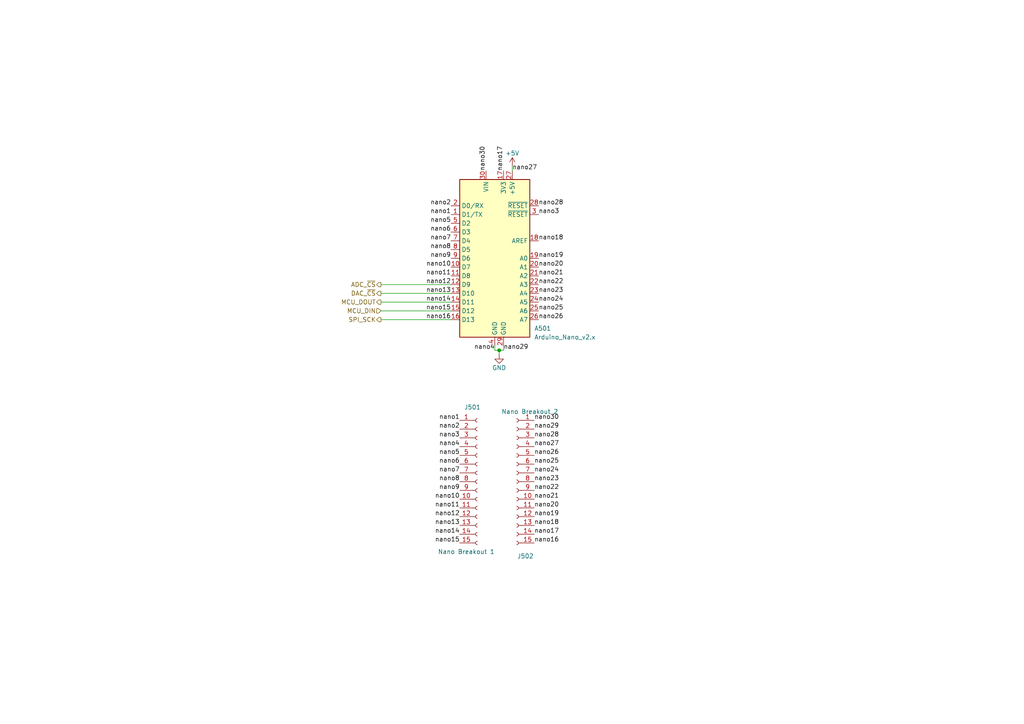
<source format=kicad_sch>
(kicad_sch (version 20211123) (generator eeschema)
  (paper "A4")
  (title_block (title "led-efficiency-measurement - MCU") (date "2023-01-24") (rev "0.1") (comment 4 "Unless specified, all capacitors should be rated for 10V or higher"))
  (lib_symbols
    (symbol "Connector:Conn_01x15_Female" (pin_names (offset 1.016) hide)
      (property "Reference" "J" (at 0 20.32 0))
      (property "Value" "Conn_01x15_Female" (at 0 -20.32 0))
      (symbol "Conn_01x15_Female_1_1"
        (arc (start 0 -17.272) (mid -0.508 -17.78) (end 0 -18.288) (stroke (width 0.1524)))
        (arc (start 0 -14.732) (mid -0.508 -15.24) (end 0 -15.748) (stroke (width 0.1524)))
        (arc (start 0 -12.192) (mid -0.508 -12.7) (end 0 -13.208) (stroke (width 0.1524)))
        (arc (start 0 -9.652) (mid -0.508 -10.16) (end 0 -10.668) (stroke (width 0.1524)))
        (arc (start 0 -7.112) (mid -0.508 -7.62) (end 0 -8.128) (stroke (width 0.1524)))
        (arc (start 0 -4.572) (mid -0.508 -5.08) (end 0 -5.588) (stroke (width 0.1524)))
        (arc (start 0 -2.032) (mid -0.508 -2.54) (end 0 -3.048) (stroke (width 0.1524)))
        (polyline (pts (xy -1.27 -17.78) (xy -0.508 -17.78)) (stroke (width 0.1524)))
        (polyline (pts (xy -1.27 -15.24) (xy -0.508 -15.24)) (stroke (width 0.1524)))
        (polyline (pts (xy -1.27 -12.7) (xy -0.508 -12.7)) (stroke (width 0.1524)))
        (polyline (pts (xy -1.27 -10.16) (xy -0.508 -10.16)) (stroke (width 0.1524)))
        (polyline (pts (xy -1.27 -7.62) (xy -0.508 -7.62)) (stroke (width 0.1524)))
        (polyline (pts (xy -1.27 -5.08) (xy -0.508 -5.08)) (stroke (width 0.1524)))
        (polyline (pts (xy -1.27 -2.54) (xy -0.508 -2.54)) (stroke (width 0.1524)))
        (polyline (pts (xy -1.27 0) (xy -0.508 0)) (stroke (width 0.1524)))
        (polyline (pts (xy -1.27 2.54) (xy -0.508 2.54)) (stroke (width 0.1524)))
        (polyline (pts (xy -1.27 5.08) (xy -0.508 5.08)) (stroke (width 0.1524)))
        (polyline (pts (xy -1.27 7.62) (xy -0.508 7.62)) (stroke (width 0.1524)))
        (polyline (pts (xy -1.27 10.16) (xy -0.508 10.16)) (stroke (width 0.1524)))
        (polyline (pts (xy -1.27 12.7) (xy -0.508 12.7)) (stroke (width 0.1524)))
        (polyline (pts (xy -1.27 15.24) (xy -0.508 15.24)) (stroke (width 0.1524)))
        (polyline (pts (xy -1.27 17.78) (xy -0.508 17.78)) (stroke (width 0.1524)))
        (arc (start 0 0.508) (mid -0.508 0) (end 0 -0.508) (stroke (width 0.1524)))
        (arc (start 0 3.048) (mid -0.508 2.54) (end 0 2.032) (stroke (width 0.1524)))
        (arc (start 0 5.588) (mid -0.508 5.08) (end 0 4.572) (stroke (width 0.1524)))
        (arc (start 0 8.128) (mid -0.508 7.62) (end 0 7.112) (stroke (width 0.1524)))
        (arc (start 0 10.668) (mid -0.508 10.16) (end 0 9.652) (stroke (width 0.1524)))
        (arc (start 0 13.208) (mid -0.508 12.7) (end 0 12.192) (stroke (width 0.1524)))
        (arc (start 0 15.748) (mid -0.508 15.24) (end 0 14.732) (stroke (width 0.1524)))
        (arc (start 0 18.288) (mid -0.508 17.78) (end 0 17.272) (stroke (width 0.1524)))
        (pin passive line (at -5.08 17.78 0) (length 3.81) (name "Pin_1") (number "1"))
        (pin passive line (at -5.08 -5.08 0) (length 3.81) (name "Pin_10") (number "10"))
        (pin passive line (at -5.08 -7.62 0) (length 3.81) (name "Pin_11") (number "11"))
        (pin passive line (at -5.08 -10.16 0) (length 3.81) (name "Pin_12") (number "12"))
        (pin passive line (at -5.08 -12.7 0) (length 3.81) (name "Pin_13") (number "13"))
        (pin passive line (at -5.08 -15.24 0) (length 3.81) (name "Pin_14") (number "14"))
        (pin passive line (at -5.08 -17.78 0) (length 3.81) (name "Pin_15") (number "15"))
        (pin passive line (at -5.08 15.24 0) (length 3.81) (name "Pin_2") (number "2"))
        (pin passive line (at -5.08 12.7 0) (length 3.81) (name "Pin_3") (number "3"))
        (pin passive line (at -5.08 10.16 0) (length 3.81) (name "Pin_4") (number "4"))
        (pin passive line (at -5.08 7.62 0) (length 3.81) (name "Pin_5") (number "5"))
        (pin passive line (at -5.08 5.08 0) (length 3.81) (name "Pin_6") (number "6"))
        (pin passive line (at -5.08 2.54 0) (length 3.81) (name "Pin_7") (number "7"))
        (pin passive line (at -5.08 0 0) (length 3.81) (name "Pin_8") (number "8"))
        (pin passive line (at -5.08 -2.54 0) (length 3.81) (name "Pin_9") (number "9"))
      )
    )
    (symbol "MCU_Module:Arduino_Nano_v2.x"
      (property "Reference" "A" (at -10.16 23.495 0))
      (property "Value" "Arduino_Nano_v2.x" (at 5.08 -24.13 0))
      (symbol "Arduino_Nano_v2.x_0_1"
        (rectangle (start -10.16 22.86) (end 10.16 -22.86) (stroke (width 0.254)) (fill (type background)))
      )
      (symbol "Arduino_Nano_v2.x_1_1"
        (pin bidirectional line (at -12.7 12.7 0) (length 2.54) (name "D1/TX") (number "1"))
        (pin bidirectional line (at -12.7 -2.54 0) (length 2.54) (name "D7") (number "10"))
        (pin bidirectional line (at -12.7 -5.08 0) (length 2.54) (name "D8") (number "11"))
        (pin bidirectional line (at -12.7 -7.62 0) (length 2.54) (name "D9") (number "12"))
        (pin bidirectional line (at -12.7 -10.16 0) (length 2.54) (name "D10") (number "13"))
        (pin bidirectional line (at -12.7 -12.7 0) (length 2.54) (name "D11") (number "14"))
        (pin bidirectional line (at -12.7 -15.24 0) (length 2.54) (name "D12") (number "15"))
        (pin bidirectional line (at -12.7 -17.78 0) (length 2.54) (name "D13") (number "16"))
        (pin power_out line (at 2.54 25.4 270) (length 2.54) (name "3V3") (number "17"))
        (pin input line (at 12.7 5.08 180) (length 2.54) (name "AREF") (number "18"))
        (pin bidirectional line (at 12.7 0 180) (length 2.54) (name "A0") (number "19"))
        (pin bidirectional line (at -12.7 15.24 0) (length 2.54) (name "D0/RX") (number "2"))
        (pin bidirectional line (at 12.7 -2.54 180) (length 2.54) (name "A1") (number "20"))
        (pin bidirectional line (at 12.7 -5.08 180) (length 2.54) (name "A2") (number "21"))
        (pin bidirectional line (at 12.7 -7.62 180) (length 2.54) (name "A3") (number "22"))
        (pin bidirectional line (at 12.7 -10.16 180) (length 2.54) (name "A4") (number "23"))
        (pin bidirectional line (at 12.7 -12.7 180) (length 2.54) (name "A5") (number "24"))
        (pin bidirectional line (at 12.7 -15.24 180) (length 2.54) (name "A6") (number "25"))
        (pin bidirectional line (at 12.7 -17.78 180) (length 2.54) (name "A7") (number "26"))
        (pin power_out line (at 5.08 25.4 270) (length 2.54) (name "+5V") (number "27"))
        (pin input line (at 12.7 15.24 180) (length 2.54) (name "~{RESET}") (number "28"))
        (pin power_in line (at 2.54 -25.4 90) (length 2.54) (name "GND") (number "29"))
        (pin input line (at 12.7 12.7 180) (length 2.54) (name "~{RESET}") (number "3"))
        (pin power_in line (at -2.54 25.4 270) (length 2.54) (name "VIN") (number "30"))
        (pin power_in line (at 0 -25.4 90) (length 2.54) (name "GND") (number "4"))
        (pin bidirectional line (at -12.7 10.16 0) (length 2.54) (name "D2") (number "5"))
        (pin bidirectional line (at -12.7 7.62 0) (length 2.54) (name "D3") (number "6"))
        (pin bidirectional line (at -12.7 5.08 0) (length 2.54) (name "D4") (number "7"))
        (pin bidirectional line (at -12.7 2.54 0) (length 2.54) (name "D5") (number "8"))
        (pin bidirectional line (at -12.7 0 0) (length 2.54) (name "D6") (number "9"))
      )
    )
    (symbol "power:+5V" (power) (pin_names (offset 0))
      (property "Value" "+5V" (at 0 3.556 0))
      (symbol "+5V_0_1"
        (polyline (pts (xy -0.762 1.27) (xy 0 2.54)))
        (polyline (pts (xy 0 0) (xy 0 2.54)))
        (polyline (pts (xy 0 2.54) (xy 0.762 1.27)))
      )
      (symbol "+5V_1_1"
        (pin power_in line (at 0 0 90) (length 0) hide (name "+5V") (number "1"))
      )
    )
    (symbol "power:GND" (power) (pin_names (offset 0))
      (property "Value" "GND" (at 0 -3.81 0))
      (symbol "GND_0_1"
        (polyline (pts (xy 0 0) (xy 0 -1.27) (xy 1.27 -1.27) (xy 0 -2.54) (xy -1.27 -1.27) (xy 0 -1.27)))
      )
      (symbol "GND_1_1"
        (pin power_in line (at 0 0 270) (length 0) hide (name "GND") (number "1"))
      )
    )
  )
  (junction (at 144.78 101.6))
  (wire (pts (xy 144.78 101.6) (xy 144.78 102.87)))
  (wire (pts (xy 143.51 101.6) (xy 144.78 101.6)))
  (wire (pts (xy 146.05 101.6) (xy 146.05 100.33)))
  (wire (pts (xy 110.49 85.09) (xy 130.81 85.09)))
  (wire (pts (xy 110.49 82.55) (xy 130.81 82.55)))
  (wire (pts (xy 110.49 92.71) (xy 130.81 92.71)))
  (wire (pts (xy 110.49 90.17) (xy 130.81 90.17)))
  (wire (pts (xy 110.49 87.63) (xy 130.81 87.63)))
  (wire (pts (xy 144.78 101.6) (xy 146.05 101.6)))
  (wire (pts (xy 143.51 100.33) (xy 143.51 101.6)))
  (wire (pts (xy 148.59 48.26) (xy 148.59 49.53)))
  (label "nano24" (at 154.94 137.16 0))
  (label "nano29" (at 146.05 101.6 0))
  (label "nano23" (at 154.94 139.7 0))
  (label "nano26" (at 156.21 92.71 0))
  (label "nano24" (at 156.21 87.63 0))
  (label "nano4" (at 143.51 101.6 180))
  (label "nano5" (at 133.35 132.08 180))
  (label "nano12" (at 133.35 149.86 180))
  (label "nano19" (at 156.21 74.93 0))
  (label "nano6" (at 130.81 67.31 180))
  (label "nano8" (at 133.35 139.7 180))
  (label "nano1" (at 133.35 121.92 180))
  (label "nano15" (at 133.35 157.48 180))
  (label "nano10" (at 133.35 144.78 180))
  (label "nano28" (at 156.21 59.69 0))
  (label "nano21" (at 154.94 144.78 0))
  (label "nano4" (at 133.35 129.54 180))
  (label "nano29" (at 154.94 124.46 0))
  (label "nano7" (at 133.35 137.16 180))
  (label "nano16" (at 154.94 157.48 0))
  (label "nano28" (at 154.94 127 0))
  (label "nano27" (at 154.94 129.54 0))
  (label "nano22" (at 154.94 142.24 0))
  (label "nano11" (at 130.81 80.01 180))
  (label "nano1" (at 130.81 62.23 180))
  (label "nano14" (at 133.35 154.94 180))
  (label "nano10" (at 130.81 77.47 180))
  (label "nano2" (at 133.35 124.46 180))
  (label "nano12" (at 130.81 82.55 180))
  (label "nano27" (at 148.59 49.53 0))
  (label "nano26" (at 154.94 132.08 0))
  (label "nano14" (at 130.81 87.63 180))
  (label "nano18" (at 156.21 69.85 0))
  (label "nano30" (at 154.94 121.92 0))
  (label "nano20" (at 156.21 77.47 0))
  (label "nano18" (at 154.94 152.4 0))
  (label "nano5" (at 130.81 64.77 180))
  (label "nano9" (at 130.81 74.93 180))
  (label "nano8" (at 130.81 72.39 180))
  (label "nano30" (at 140.97 49.53 90))
  (label "nano13" (at 130.81 85.09 180))
  (label "nano21" (at 156.21 80.01 0))
  (label "nano25" (at 154.94 134.62 0))
  (label "nano11" (at 133.35 147.32 180))
  (label "nano23" (at 156.21 85.09 0))
  (label "nano7" (at 130.81 69.85 180))
  (label "nano3" (at 156.21 62.23 0))
  (label "nano2" (at 130.81 59.69 180))
  (label "nano17" (at 154.94 154.94 0))
  (label "nano13" (at 133.35 152.4 180))
  (label "nano20" (at 154.94 147.32 0))
  (label "nano17" (at 146.05 49.53 90))
  (label "nano22" (at 156.21 82.55 0))
  (label "nano16" (at 130.81 92.71 180))
  (label "nano19" (at 154.94 149.86 0))
  (label "nano6" (at 133.35 134.62 180))
  (label "nano25" (at 156.21 90.17 0))
  (label "nano15" (at 130.81 90.17 180))
  (label "nano9" (at 133.35 142.24 180))
  (label "nano3" (at 133.35 127 180))
  (hierarchical_label "SPI_SCK" (shape output) (at 110.49 92.71 180))
  (hierarchical_label "ADC_~{CS}" (shape output) (at 110.49 82.55 180))
  (hierarchical_label "MCU_DIN" (shape input) (at 110.49 90.17 180))
  (hierarchical_label "DAC_~{CS}" (shape output) (at 110.49 85.09 180))
  (hierarchical_label "MCU_DOUT" (shape output) (at 110.49 87.63 180))
  (symbol (lib_id "MCU_Module:Arduino_Nano_v2.x") (at 143.51 74.93 0) (unit 1)
    (property "Reference" "A501" (at 154.94 95.25 0) (effects (justify left)))
    (property "Value" "Arduino_Nano_v2.x" (at 154.94 97.79 0) (effects (justify left)))
    (property "Footprint" "Module:Arduino_Nano" (effects hide))
    (property "Datasheet" "https://www.arduino.cc/en/uploads/Main/ArduinoNanoManual23.pdf" (effects hide))
  )
  (symbol (lib_id "power:+5V") (at 148.59 48.26 0) (unit 1)
    (property "Reference" "#PWR0501" (effects hide))
    (property "Value" "+5V" (at 148.59 44.45 0))
  )
  (symbol (lib_id "Connector:Conn_01x15_Female") (at 149.86 139.7 0) (mirror y) (unit 1)
    (property "Reference" "J502" (at 152.4 161.29 0))
    (property "Value" "Nano Breakout 2" (at 153.67 119.38 0))
    (property "Footprint" "Connector_PinSocket_2.54mm:PinSocket_1x15_P2.54mm_Vertical" (effects hide))
  )
  (symbol (lib_id "Connector:Conn_01x15_Female") (at 138.43 139.7 0) (unit 1)
    (property "Reference" "J501" (at 134.62 118.11 0) (effects (justify left)))
    (property "Value" "Nano Breakout 1" (at 127 160.02 0) (effects (justify left)))
    (property "Footprint" "Connector_PinSocket_2.54mm:PinSocket_1x15_P2.54mm_Vertical" (effects hide))
  )
  (symbol (lib_id "power:GND") (at 144.78 102.87 0) (unit 1)
    (property "Reference" "#PWR0502" (effects hide))
    (property "Value" "GND" (at 144.78 106.68 0))
  )
)
</source>
